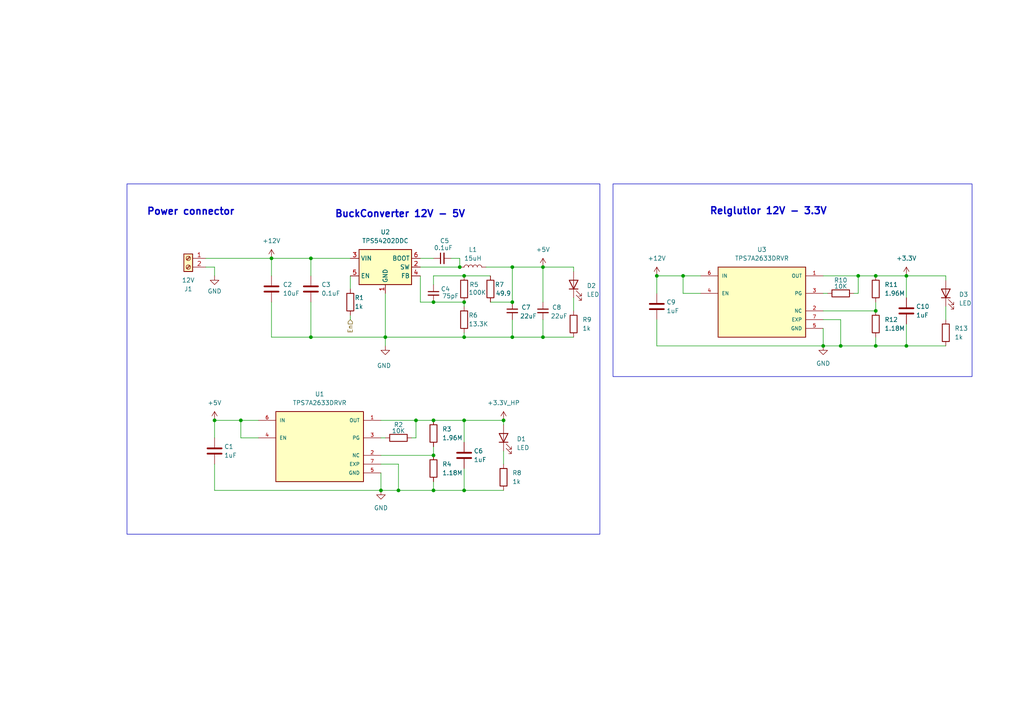
<source format=kicad_sch>
(kicad_sch (version 20231120) (generator "eeschema") (generator_version "8.0")
  (paper "A4")
  (lib_symbols
    (symbol "Connector:Screw_Terminal_01x02" (pin_names (offset 1.016) hide)
      (property "Reference" "J" (at 0 2.54 0))
      (property "Value" "Screw_Terminal_01x02" (at 0 -5.08 0))
      (symbol "Screw_Terminal_01x02_1_1"
        (rectangle (start -1.27 1.27) (end 1.27 -3.81) (stroke (width 0.254)) (fill (type background)))
        (circle (center 0 -2.54) (radius 0.635) (stroke (width 0.1524)))
        (polyline (pts (xy -0.5334 -2.2098) (xy 0.3302 -3.048)) (stroke (width 0.1524)))
        (polyline (pts (xy -0.5334 0.3302) (xy 0.3302 -0.508)) (stroke (width 0.1524)))
        (polyline (pts (xy -0.3556 -2.032) (xy 0.508 -2.8702)) (stroke (width 0.1524)))
        (polyline (pts (xy -0.3556 0.508) (xy 0.508 -0.3302)) (stroke (width 0.1524)))
        (circle (center 0 0) (radius 0.635) (stroke (width 0.1524)))
        (pin passive line (at -5.08 0 0) (length 3.81) (name "Pin_1") (number "1"))
        (pin passive line (at -5.08 -2.54 0) (length 3.81) (name "Pin_2") (number "2"))
      )
    )
    (symbol "Device:C" (pin_numbers hide) (pin_names (offset 0.254))
      (property "Reference" "C" (at 0.635 2.54 0))
      (property "Value" "C" (at 0.635 -2.54 0))
      (symbol "C_0_1"
        (polyline (pts (xy -2.032 -0.762) (xy 2.032 -0.762)) (stroke (width 0.508)))
        (polyline (pts (xy -2.032 0.762) (xy 2.032 0.762)) (stroke (width 0.508)))
      )
      (symbol "C_1_1"
        (pin passive line (at 0 3.81 270) (length 2.794) (name "~") (number "1"))
        (pin passive line (at 0 -3.81 90) (length 2.794) (name "~") (number "2"))
      )
    )
    (symbol "Device:C_Small" (pin_numbers hide) (pin_names (offset 0.254) hide)
      (property "Reference" "C" (at 0.254 1.778 0))
      (property "Value" "C_Small" (at 0.254 -2.032 0))
      (symbol "C_Small_0_1"
        (polyline (pts (xy -1.524 -0.508) (xy 1.524 -0.508)) (stroke (width 0.3302)))
        (polyline (pts (xy -1.524 0.508) (xy 1.524 0.508)) (stroke (width 0.3048)))
      )
      (symbol "C_Small_1_1"
        (pin passive line (at 0 2.54 270) (length 2.032) (name "~") (number "1"))
        (pin passive line (at 0 -2.54 90) (length 2.032) (name "~") (number "2"))
      )
    )
    (symbol "Device:L" (pin_numbers hide) (pin_names (offset 1.016) hide)
      (property "Reference" "L" (at -1.27 0 90))
      (property "Value" "L" (at 1.905 0 90))
      (symbol "L_0_1"
        (arc (start 0 -2.54) (mid 0.6323 -1.905) (end 0 -1.27))
        (arc (start 0 -1.27) (mid 0.6323 -0.635) (end 0 0))
        (arc (start 0 0) (mid 0.6323 0.635) (end 0 1.27))
        (arc (start 0 1.27) (mid 0.6323 1.905) (end 0 2.54))
      )
      (symbol "L_1_1"
        (pin passive line (at 0 3.81 270) (length 1.27) (name "1") (number "1"))
        (pin passive line (at 0 -3.81 90) (length 1.27) (name "2") (number "2"))
      )
    )
    (symbol "Device:LED" (pin_numbers hide) (pin_names (offset 1.016) hide)
      (property "Reference" "D" (at 0 2.54 0))
      (property "Value" "LED" (at 0 -2.54 0))
      (symbol "LED_0_1"
        (polyline (pts (xy -1.27 -1.27) (xy -1.27 1.27)) (stroke (width 0.254)))
        (polyline (pts (xy -1.27 0) (xy 1.27 0)))
        (polyline (pts (xy 1.27 -1.27) (xy 1.27 1.27) (xy -1.27 0) (xy 1.27 -1.27)) (stroke (width 0.254)))
        (polyline (pts (xy -3.048 -0.762) (xy -4.572 -2.286) (xy -3.81 -2.286) (xy -4.572 -2.286) (xy -4.572 -1.524)))
        (polyline (pts (xy -1.778 -0.762) (xy -3.302 -2.286) (xy -2.54 -2.286) (xy -3.302 -2.286) (xy -3.302 -1.524)))
      )
      (symbol "LED_1_1"
        (pin passive line (at -3.81 0 0) (length 2.54) (name "K") (number "1"))
        (pin passive line (at 3.81 0 180) (length 2.54) (name "A") (number "2"))
      )
    )
    (symbol "Device:R" (pin_numbers hide) (pin_names (offset 0))
      (property "Reference" "R" (at 2.032 0 90))
      (property "Value" "R" (at 0 0 90))
      (symbol "R_0_1"
        (rectangle (start -1.016 -2.54) (end 1.016 2.54) (stroke (width 0.254)))
      )
      (symbol "R_1_1"
        (pin passive line (at 0 3.81 270) (length 1.27) (name "~") (number "1"))
        (pin passive line (at 0 -3.81 90) (length 1.27) (name "~") (number "2"))
      )
    )
    (symbol "Regulator_Switching:TPS54202DDC"
      (property "Reference" "U" (at -7.62 6.35 0))
      (property "Value" "TPS54202DDC" (at 0 6.35 0))
      (symbol "TPS54202DDC_0_1"
        (rectangle (start -7.62 5.08) (end 7.62 -5.08) (stroke (width 0.254)) (fill (type background)))
      )
      (symbol "TPS54202DDC_1_1"
        (pin power_in line (at 0 -7.62 90) (length 2.54) (name "GND") (number "1"))
        (pin power_out line (at 10.16 0 180) (length 2.54) (name "SW") (number "2"))
        (pin power_in line (at -10.16 2.54 0) (length 2.54) (name "VIN") (number "3"))
        (pin input line (at 10.16 -2.54 180) (length 2.54) (name "FB") (number "4"))
        (pin input line (at -10.16 -2.54 0) (length 2.54) (name "EN") (number "5"))
        (pin passive line (at 10.16 2.54 180) (length 2.54) (name "BOOT") (number "6"))
      )
    )
    (symbol "TPS7A2633DRVR:TPS7A2633DRVR" (pin_names (offset 1.016))
      (property "Reference" "U" (at -12.7 11.16 0))
      (property "Value" "TPS7A2633DRVR" (at -12.7 -14.16 0))
      (symbol "TPS7A2633DRVR_0_0"
        (rectangle (start -12.7 -10.16) (end 12.7 10.16) (stroke (width 0.254)) (fill (type background)))
        (pin output line (at 17.78 7.62 180) (length 5.08) (name "OUT") (number "1"))
        (pin passive line (at 17.78 -2.54 180) (length 5.08) (name "NC") (number "2"))
        (pin output line (at 17.78 2.54 180) (length 5.08) (name "PG") (number "3"))
        (pin input line (at -17.78 2.54 0) (length 5.08) (name "EN") (number "4"))
        (pin power_in line (at 17.78 -7.62 180) (length 5.08) (name "GND") (number "5"))
        (pin input line (at -17.78 7.62 0) (length 5.08) (name "IN") (number "6"))
        (pin passive line (at 17.78 -5.08 180) (length 5.08) (name "EXP") (number "7"))
      )
    )
    (symbol "power:+12V" (power) (pin_numbers hide) (pin_names (offset 0) hide)
      (property "Value" "+12V" (at 0 3.556 0))
      (symbol "+12V_0_1"
        (polyline (pts (xy -0.762 1.27) (xy 0 2.54)))
        (polyline (pts (xy 0 0) (xy 0 2.54)))
        (polyline (pts (xy 0 2.54) (xy 0.762 1.27)))
      )
      (symbol "+12V_1_1"
        (pin power_in line (at 0 0 90) (length 0) (name "~") (number "1"))
      )
    )
    (symbol "power:+3.3V" (power) (pin_numbers hide) (pin_names (offset 0) hide)
      (property "Value" "+3.3V" (at 0 3.556 0))
      (symbol "+3.3V_0_1"
        (polyline (pts (xy -0.762 1.27) (xy 0 2.54)))
        (polyline (pts (xy 0 0) (xy 0 2.54)))
        (polyline (pts (xy 0 2.54) (xy 0.762 1.27)))
      )
      (symbol "+3.3V_1_1"
        (pin power_in line (at 0 0 90) (length 0) (name "~") (number "1"))
      )
    )
    (symbol "power:+5V" (power) (pin_numbers hide) (pin_names (offset 0) hide)
      (property "Value" "+5V" (at 0 3.556 0))
      (symbol "+5V_0_1"
        (polyline (pts (xy -0.762 1.27) (xy 0 2.54)))
        (polyline (pts (xy 0 0) (xy 0 2.54)))
        (polyline (pts (xy 0 2.54) (xy 0.762 1.27)))
      )
      (symbol "+5V_1_1"
        (pin power_in line (at 0 0 90) (length 0) (name "~") (number "1"))
      )
    )
    (symbol "power:GND" (power) (pin_names (offset 0))
      (property "Value" "GND" (at 0 -3.81 0))
      (symbol "GND_0_1"
        (polyline (pts (xy 0 0) (xy 0 -1.27) (xy 1.27 -1.27) (xy 0 -2.54) (xy -1.27 -1.27) (xy 0 -1.27)))
      )
      (symbol "GND_1_1"
        (pin power_in line (at 0 0 270) (length 0) hide (name "GND") (number "1"))
      )
    )
  )
  (junction (at 125.73 121.92))
  (junction (at 133.35 77.47))
  (junction (at 262.89 100.33))
  (junction (at 125.73 132.08))
  (junction (at 243.84 100.33))
  (junction (at 254 90.17))
  (junction (at 115.57 142.24))
  (junction (at 148.59 97.79))
  (junction (at 62.23 121.92))
  (junction (at 254 100.33))
  (junction (at 78.74 74.93))
  (junction (at 125.73 142.24))
  (junction (at 254 80.01))
  (junction (at 157.48 97.79))
  (junction (at 125.73 87.63))
  (junction (at 148.59 77.47))
  (junction (at 248.92 80.01))
  (junction (at 198.12 80.01))
  (junction (at 111.76 97.79))
  (junction (at 134.62 121.92))
  (junction (at 69.85 121.92))
  (junction (at 120.65 121.92))
  (junction (at 148.59 87.63))
  (junction (at 134.62 97.79))
  (junction (at 90.17 97.79))
  (junction (at 262.89 80.01))
  (junction (at 190.5 80.01))
  (junction (at 90.17 74.93))
  (junction (at 238.76 100.33))
  (junction (at 134.62 80.01))
  (junction (at 134.62 87.63))
  (junction (at 134.62 142.24))
  (junction (at 110.49 142.24))
  (junction (at 146.05 121.92))
  (junction (at 157.48 77.47))
  (wire (pts (xy 248.92 80.01) (xy 254 80.01)))
  (wire (pts (xy 262.89 100.33) (xy 254 100.33)))
  (wire (pts (xy 148.59 77.47) (xy 148.59 87.63)))
  (wire (pts (xy 90.17 74.93) (xy 101.6 74.93)))
  (wire (pts (xy 69.85 121.92) (xy 74.93 121.92)))
  (wire (pts (xy 101.6 83.82) (xy 101.6 80.01)))
  (wire (pts (xy 190.5 100.33) (xy 238.76 100.33)))
  (wire (pts (xy 134.62 121.92) (xy 146.05 121.92)))
  (wire (pts (xy 262.89 100.33) (xy 274.32 100.33)))
  (wire (pts (xy 190.5 92.71) (xy 190.5 100.33)))
  (wire (pts (xy 243.84 100.33) (xy 238.76 100.33)))
  (wire (pts (xy 78.74 74.93) (xy 90.17 74.93)))
  (wire (pts (xy 190.5 80.01) (xy 198.12 80.01)))
  (wire (pts (xy 78.74 97.79) (xy 90.17 97.79)))
  (wire (pts (xy 198.12 85.09) (xy 198.12 80.01)))
  (wire (pts (xy 198.12 80.01) (xy 203.2 80.01)))
  (wire (pts (xy 254 80.01) (xy 262.89 80.01)))
  (wire (pts (xy 125.73 80.01) (xy 134.62 80.01)))
  (wire (pts (xy 238.76 90.17) (xy 254 90.17)))
  (wire (pts (xy 157.48 97.79) (xy 157.48 92.71)))
  (wire (pts (xy 110.49 132.08) (xy 125.73 132.08)))
  (wire (pts (xy 125.73 82.55) (xy 125.73 80.01)))
  (wire (pts (xy 111.76 97.79) (xy 134.62 97.79)))
  (wire (pts (xy 254 100.33) (xy 243.84 100.33)))
  (wire (pts (xy 262.89 86.36) (xy 262.89 80.01)))
  (wire (pts (xy 78.74 74.93) (xy 78.74 80.01)))
  (wire (pts (xy 134.62 135.89) (xy 134.62 142.24)))
  (wire (pts (xy 148.59 92.71) (xy 148.59 97.79)))
  (wire (pts (xy 121.92 74.93) (xy 125.73 74.93)))
  (wire (pts (xy 238.76 85.09) (xy 240.03 85.09)))
  (wire (pts (xy 148.59 97.79) (xy 157.48 97.79)))
  (wire (pts (xy 90.17 97.79) (xy 111.76 97.79)))
  (wire (pts (xy 90.17 87.63) (xy 90.17 97.79)))
  (wire (pts (xy 62.23 142.24) (xy 110.49 142.24)))
  (wire (pts (xy 146.05 121.92) (xy 146.05 123.19)))
  (wire (pts (xy 238.76 95.25) (xy 238.76 100.33)))
  (wire (pts (xy 110.49 121.92) (xy 120.65 121.92)))
  (wire (pts (xy 120.65 121.92) (xy 125.73 121.92)))
  (wire (pts (xy 62.23 134.62) (xy 62.23 142.24)))
  (wire (pts (xy 110.49 137.16) (xy 110.49 142.24)))
  (wire (pts (xy 238.76 80.01) (xy 248.92 80.01)))
  (wire (pts (xy 157.48 97.79) (xy 166.37 97.79)))
  (wire (pts (xy 120.65 127) (xy 119.38 127)))
  (wire (pts (xy 146.05 130.81) (xy 146.05 134.62)))
  (wire (pts (xy 134.62 96.52) (xy 134.62 97.79)))
  (wire (pts (xy 59.69 77.47) (xy 62.23 77.47)))
  (wire (pts (xy 166.37 77.47) (xy 166.37 78.74)))
  (wire (pts (xy 134.62 88.9) (xy 134.62 87.63)))
  (wire (pts (xy 101.6 92.71) (xy 101.6 91.44)))
  (wire (pts (xy 59.69 74.93) (xy 78.74 74.93)))
  (wire (pts (xy 130.81 74.93) (xy 133.35 74.93)))
  (wire (pts (xy 62.23 121.92) (xy 69.85 121.92)))
  (wire (pts (xy 125.73 129.54) (xy 125.73 132.08)))
  (wire (pts (xy 121.92 77.47) (xy 133.35 77.47)))
  (wire (pts (xy 190.5 85.09) (xy 190.5 80.01)))
  (wire (pts (xy 121.92 87.63) (xy 125.73 87.63)))
  (wire (pts (xy 262.89 80.01) (xy 274.32 80.01)))
  (wire (pts (xy 148.59 77.47) (xy 157.48 77.47)))
  (wire (pts (xy 78.74 87.63) (xy 78.74 97.79)))
  (wire (pts (xy 203.2 85.09) (xy 198.12 85.09)))
  (wire (pts (xy 134.62 97.79) (xy 148.59 97.79)))
  (wire (pts (xy 133.35 74.93) (xy 133.35 77.47)))
  (wire (pts (xy 115.57 142.24) (xy 110.49 142.24)))
  (wire (pts (xy 74.93 127) (xy 69.85 127)))
  (wire (pts (xy 274.32 88.9) (xy 274.32 92.71)))
  (wire (pts (xy 125.73 87.63) (xy 134.62 87.63)))
  (wire (pts (xy 254 87.63) (xy 254 90.17)))
  (wire (pts (xy 110.49 127) (xy 111.76 127)))
  (wire (pts (xy 262.89 93.98) (xy 262.89 100.33)))
  (wire (pts (xy 111.76 85.09) (xy 111.76 97.79)))
  (wire (pts (xy 157.48 77.47) (xy 157.48 87.63)))
  (wire (pts (xy 120.65 121.92) (xy 120.65 127)))
  (wire (pts (xy 134.62 80.01) (xy 142.24 80.01)))
  (wire (pts (xy 62.23 77.47) (xy 62.23 80.01)))
  (wire (pts (xy 125.73 121.92) (xy 134.62 121.92)))
  (wire (pts (xy 110.49 134.62) (xy 115.57 134.62)))
  (wire (pts (xy 142.24 87.63) (xy 148.59 87.63)))
  (wire (pts (xy 62.23 127) (xy 62.23 121.92)))
  (wire (pts (xy 115.57 134.62) (xy 115.57 142.24)))
  (wire (pts (xy 90.17 74.93) (xy 90.17 80.01)))
  (wire (pts (xy 248.92 80.01) (xy 248.92 85.09)))
  (wire (pts (xy 134.62 128.27) (xy 134.62 121.92)))
  (wire (pts (xy 134.62 142.24) (xy 146.05 142.24)))
  (wire (pts (xy 243.84 92.71) (xy 243.84 100.33)))
  (wire (pts (xy 274.32 80.01) (xy 274.32 81.28)))
  (wire (pts (xy 69.85 127) (xy 69.85 121.92)))
  (wire (pts (xy 254 97.79) (xy 254 100.33)))
  (wire (pts (xy 166.37 86.36) (xy 166.37 90.17)))
  (wire (pts (xy 134.62 142.24) (xy 125.73 142.24)))
  (wire (pts (xy 125.73 142.24) (xy 115.57 142.24)))
  (wire (pts (xy 125.73 139.7) (xy 125.73 142.24)))
  (wire (pts (xy 248.92 85.09) (xy 247.65 85.09)))
  (wire (pts (xy 121.92 80.01) (xy 121.92 87.63)))
  (wire (pts (xy 111.76 97.79) (xy 111.76 100.33)))
  (wire (pts (xy 140.97 77.47) (xy 148.59 77.47)))
  (wire (pts (xy 238.76 92.71) (xy 243.84 92.71)))
  (wire (pts (xy 157.48 77.47) (xy 166.37 77.47)))
  (rectangle (start 36.83 53.34) (end 173.99 154.94))
  (rectangle (start 177.8 53.34) (end 281.94 109.22))
  (text "Relglutlor 12V - 3.3V\n" (at 205.74 62.484 0) (effects (font (size 2 2) (thickness 0.4) (bold yes)) (justify left bottom)))
  (text "BuckConverter 12V - 5V\n " (at 97.028 66.548 0) (effects (font (size 2 2) (thickness 0.4) (bold yes)) (justify left bottom)))
  (text "Power connector" (at 42.4942 62.6364 0) (effects (font (size 2 2) (thickness 0.4) (bold yes)) (justify left bottom)))
  (hierarchical_label "En" (shape input) (at 101.6 92.71 270))
  (symbol (lib_id "power:+3.3V") (at 262.89 80.01 0) (unit 1)
    (property "Reference" "#PWR010" (effects (hide yes)))
    (property "Value" "+3.3V" (at 262.89 74.93 0))
    (property "Description" "Power symbol creates a global label with name \"+3.3V\"" (effects (hide yes)))
  )
  (symbol (lib_id "Device:R") (at 166.37 93.98 0) (unit 1)
    (property "Reference" "R9" (at 168.91 92.7099 0) (effects (justify left)))
    (property "Value" "1k" (at 168.91 95.2499 0) (effects (justify left)))
    (property "Footprint" "Resistor_SMD:R_0402_1005Metric" (effects (hide yes)))
    (property "Description" "Resistor" (effects (hide yes)))
  )
  (symbol (lib_id "Device:C_Small") (at 157.48 90.17 0) (mirror y) (unit 1)
    (property "Reference" "C8" (at 162.814 89.154 0) (effects (justify left)))
    (property "Value" "22uF" (at 164.592 91.694 0) (effects (justify left)))
    (property "Footprint" "Capacitor_SMD:C_1206_3216Metric" (effects (hide yes)))
  )
  (symbol (lib_id "Device:LED") (at 146.05 127 90) (unit 1)
    (property "Reference" "D1" (at 149.86 127.3174 90) (effects (justify right)))
    (property "Value" "LED" (at 149.86 129.8574 90) (effects (justify right)))
    (property "Footprint" "LED_SMD:LED_0603_1608Metric_Pad1.05x0.95mm_HandSolder" (effects (hide yes)))
    (property "Description" "Light emitting diode" (effects (hide yes)))
  )
  (symbol (lib_id "power:GND") (at 62.23 80.01 0) (unit 1)
    (property "Reference" "#PWR01" (effects (hide yes)))
    (property "Value" "GND" (at 62.23 84.455 0))
  )
  (symbol (lib_id "Device:C") (at 62.23 130.81 0) (unit 1)
    (property "Reference" "C1" (at 65.024 129.54 0) (effects (justify left)))
    (property "Value" "1uF" (at 65.024 132.08 0) (effects (justify left)))
    (property "Footprint" "Capacitor_SMD:C_0805_2012Metric" (effects (hide yes)))
  )
  (symbol (lib_id "Device:R") (at 134.62 83.82 0) (unit 1)
    (property "Reference" "R5" (at 136.144 82.55 0) (effects (justify left)))
    (property "Value" "100K" (at 135.89 84.836 0) (effects (justify left)))
    (property "Footprint" "Resistor_SMD:R_0402_1005Metric" (effects (hide yes)))
    (property "Description" "Resistor" (effects (hide yes)))
  )
  (symbol (lib_id "Device:R") (at 274.32 96.52 0) (unit 1)
    (property "Reference" "R13" (at 276.86 95.2499 0) (effects (justify left)))
    (property "Value" "1k" (at 276.86 97.7899 0) (effects (justify left)))
    (property "Footprint" "Resistor_SMD:R_0402_1005Metric" (effects (hide yes)))
    (property "Description" "Resistor" (effects (hide yes)))
  )
  (symbol (lib_id "Device:R") (at 125.73 135.89 0) (unit 1)
    (property "Reference" "R4" (at 128.27 134.6199 0) (effects (justify left)))
    (property "Value" "1.18M" (at 128.27 137.1599 0) (effects (justify left)))
    (property "Footprint" "Resistor_SMD:R_0402_1005Metric" (effects (hide yes)))
    (property "Description" "Resistor" (effects (hide yes)))
  )
  (symbol (lib_id "Device:R") (at 254 93.98 0) (unit 1)
    (property "Reference" "R12" (at 256.54 92.7099 0) (effects (justify left)))
    (property "Value" "1.18M" (at 256.54 95.2499 0) (effects (justify left)))
    (property "Footprint" "Resistor_SMD:R_0402_1005Metric" (effects (hide yes)))
    (property "Description" "Resistor" (effects (hide yes)))
  )
  (symbol (lib_id "TPS7A2633DRVR:TPS7A2633DRVR") (at 220.98 87.63 0) (unit 1)
    (property "Reference" "U3" (at 220.98 72.39 0))
    (property "Value" "TPS7A2633DRVR" (at 220.98 74.93 0))
    (property "Footprint" "footprint:TPS7A2633DRVR" (effects (hide yes)))
    (property "MF" "Texas Instruments" (effects (hide yes)))
    (property "DESCRIPTION" "500-mA, 18-V, ultra-low-IQ, high-accuracy, adjustable low-dropout voltage regulator with power good 6-WSON -40 to 125" (effects (hide yes)))
    (property "PACKAGE" "WSON-6 Texas Instruments" (effects (hide yes)))
    (property "PRICE" "None" (effects (hide yes)))
    (property "Package" "WSON-6 Texas Instruments" (effects (hide yes)))
    (property "Check_prices" "https://www.snapeda.com/parts/TPS7A2633DRVR/Texas+Instruments/view-part/?ref=eda" (effects (hide yes)))
    (property "Price" "None" (effects (hide yes)))
    (property "SnapEDA_Link" "https://www.snapeda.com/parts/TPS7A2633DRVR/Texas+Instruments/view-part/?ref=snap" (effects (hide yes)))
    (property "MP" "TPS7A2633DRVR" (effects (hide yes)))
    (property "Purchase-URL" "https://www.snapeda.com/api/url_track_click_mouser/?unipart_id=4639091&manufacturer=Texas Instruments&part_name=TPS7A2633DRVR&search_term=None" (effects (hide yes)))
    (property "Description_1" "\n500-mA, 18-V, ultra-low-IQ, high-accuracy, adjustable low-dropout voltage regulator with power good\n" (effects (hide yes)))
    (property "Availability" "In Stock" (effects (hide yes)))
    (property "AVAILABILITY" "Warning" (effects (hide yes)))
    (property "PURCHASE-URL" "https://pricing.snapeda.com/search/part/TPS7A2633DRVR/?ref=eda" (effects (hide yes)))
    (property "MFR" " TPS7A2633DRVR" (effects (hide yes)))
    (property "LCSC" " C2876256" (effects (hide yes)))
  )
  (symbol (lib_id "Device:C") (at 134.62 132.08 0) (unit 1)
    (property "Reference" "C6" (at 137.414 130.81 0) (effects (justify left)))
    (property "Value" "1uF" (at 137.414 133.35 0) (effects (justify left)))
    (property "Footprint" "Capacitor_SMD:C_0805_2012Metric" (effects (hide yes)))
  )
  (symbol (lib_id "power:+5V") (at 62.23 121.92 0) (unit 1)
    (property "Reference" "#PWR02" (effects (hide yes)))
    (property "Value" "+5V" (at 62.23 116.84 0))
    (property "Description" "Power symbol creates a global label with name \"+5V\"" (effects (hide yes)))
  )
  (symbol (lib_id "power:+3.3V") (at 146.05 121.92 0) (unit 1)
    (property "Reference" "#PWR06" (effects (hide yes)))
    (property "Value" "+3.3V_HP" (at 146.05 116.84 0))
    (property "Description" "Power symbol creates a global label with name \"+3.3V\"" (effects (hide yes)))
  )
  (symbol (lib_id "Device:R") (at 254 83.82 0) (unit 1)
    (property "Reference" "R11" (at 256.54 82.5499 0) (effects (justify left)))
    (property "Value" "1.96M" (at 256.54 85.0899 0) (effects (justify left)))
    (property "Footprint" "Resistor_SMD:R_0402_1005Metric" (effects (hide yes)))
    (property "Description" "Resistor" (effects (hide yes)))
  )
  (symbol (lib_id "Device:R") (at 146.05 138.43 0) (unit 1)
    (property "Reference" "R8" (at 148.59 137.1599 0) (effects (justify left)))
    (property "Value" "1k" (at 148.59 139.6999 0) (effects (justify left)))
    (property "Footprint" "Resistor_SMD:R_0402_1005Metric" (effects (hide yes)))
    (property "Description" "Resistor" (effects (hide yes)))
  )
  (symbol (lib_id "power:+5V") (at 157.48 77.47 0) (unit 1)
    (property "Reference" "#PWR07" (effects (hide yes)))
    (property "Value" "+5V" (at 157.48 72.39 0))
    (property "Description" "Power symbol creates a global label with name \"+5V\"" (effects (hide yes)))
  )
  (symbol (lib_id "Device:C") (at 78.74 83.82 0) (unit 1)
    (property "Reference" "C2" (at 82.042 82.55 0) (effects (justify left)))
    (property "Value" "10uF" (at 82.042 85.09 0) (effects (justify left)))
    (property "Footprint" "Capacitor_SMD:C_1206_3216Metric" (effects (hide yes)))
  )
  (symbol (lib_id "power:+12V") (at 78.74 74.93 0) (unit 1)
    (property "Reference" "#PWR03" (effects (hide yes)))
    (property "Value" "+12V" (at 78.74 69.85 0))
    (property "Description" "Power symbol creates a global label with name \"+12V\"" (effects (hide yes)))
  )
  (symbol (lib_id "Device:C_Small") (at 148.59 90.17 0) (mirror y) (unit 1)
    (property "Reference" "C7" (at 153.924 89.154 0) (effects (justify left)))
    (property "Value" "22uF" (at 155.702 91.694 0) (effects (justify left)))
    (property "Footprint" "Capacitor_SMD:C_1206_3216Metric" (effects (hide yes)))
  )
  (symbol (lib_id "Regulator_Switching:TPS54202DDC") (at 111.76 77.47 0) (unit 1)
    (property "Reference" "U2" (at 111.76 67.31 0))
    (property "Value" "TPS54202DDC" (at 111.76 69.85 0))
    (property "Footprint" "Package_TO_SOT_SMD:SOT-23-6" (effects (hide yes)))
    (property "Datasheet" "http://www.ti.com/lit/ds/symlink/tps54202.pdf" (effects (hide yes)))
    (property "Description" "2A, 4.5 to 28V Input, EMI Friendly integrated switch synchronous step-down regulator, pulse-skipping, SOT-23-6" (effects (hide yes)))
    (property "MFR" "TPS54202DDCR" (effects (hide yes)))
    (property "LCSC" "C191884" (effects (hide yes)))
  )
  (symbol (lib_id "Device:R") (at 101.6 87.63 0) (unit 1)
    (property "Reference" "R1" (at 102.87 86.36 0) (effects (justify left)))
    (property "Value" "1k" (at 102.87 88.9 0) (effects (justify left)))
    (property "Footprint" "Resistor_SMD:R_0402_1005Metric" (effects (hide yes)))
    (property "Description" "Resistor" (effects (hide yes)))
  )
  (symbol (lib_id "Device:R") (at 134.62 92.71 0) (unit 1)
    (property "Reference" "R6" (at 135.89 91.44 0) (effects (justify left)))
    (property "Value" "13.3K" (at 135.89 93.98 0) (effects (justify left)))
    (property "Footprint" "Resistor_SMD:R_0402_1005Metric" (effects (hide yes)))
    (property "Description" "Resistor" (effects (hide yes)))
  )
  (symbol (lib_id "power:GND") (at 110.49 142.24 0) (unit 1)
    (property "Reference" "#PWR04" (effects (hide yes)))
    (property "Value" "GND" (at 110.49 147.32 0))
  )
  (symbol (lib_id "Device:C") (at 190.5 88.9 0) (unit 1)
    (property "Reference" "C9" (at 193.294 87.63 0) (effects (justify left)))
    (property "Value" "1uF" (at 193.294 90.17 0) (effects (justify left)))
    (property "Footprint" "Capacitor_SMD:C_0805_2012Metric" (effects (hide yes)))
  )
  (symbol (lib_id "power:GND") (at 238.76 100.33 0) (unit 1)
    (property "Reference" "#PWR09" (effects (hide yes)))
    (property "Value" "GND" (at 238.76 105.41 0))
  )
  (symbol (lib_id "Device:C_Small") (at 128.27 74.93 90) (mirror x) (unit 1)
    (property "Reference" "C5" (at 130.302 69.85 90) (effects (justify left)))
    (property "Value" "0.1uF" (at 131.318 71.882 90) (effects (justify left)))
    (property "Footprint" "Capacitor_SMD:C_0402_1005Metric" (effects (hide yes)))
  )
  (symbol (lib_id "Device:L") (at 137.16 77.47 90) (unit 1)
    (property "Reference" "L1" (at 137.16 72.39 90))
    (property "Value" "15uH" (at 137.16 74.93 90))
    (property "Footprint" "Inductor_SMD:L_Vishay_IHLP-2020" (effects (hide yes)))
  )
  (symbol (lib_id "Device:LED") (at 274.32 85.09 90) (unit 1)
    (property "Reference" "D3" (at 278.13 85.4074 90) (effects (justify right)))
    (property "Value" "LED" (at 278.13 87.9474 90) (effects (justify right)))
    (property "Footprint" "LED_SMD:LED_0603_1608Metric_Pad1.05x0.95mm_HandSolder" (effects (hide yes)))
    (property "Description" "Light emitting diode" (effects (hide yes)))
  )
  (symbol (lib_id "power:+12V") (at 190.5 80.01 0) (unit 1)
    (property "Reference" "#PWR08" (effects (hide yes)))
    (property "Value" "+12V" (at 190.5 74.93 0))
    (property "Description" "Power symbol creates a global label with name \"+12V\"" (effects (hide yes)))
  )
  (symbol (lib_id "Device:R") (at 243.84 85.09 90) (unit 1)
    (property "Reference" "R10" (at 243.84 81.28 90))
    (property "Value" "10K" (at 243.84 83.058 90))
    (property "Footprint" "Resistor_SMD:R_0402_1005Metric" (effects (hide yes)))
    (property "Description" "Resistor" (effects (hide yes)))
  )
  (symbol (lib_id "Device:C_Small") (at 125.73 85.09 0) (mirror y) (unit 1)
    (property "Reference" "C4" (at 130.556 83.82 0) (effects (justify left)))
    (property "Value" "75pF" (at 133.096 85.852 0) (effects (justify left)))
    (property "Footprint" "Capacitor_SMD:C_0402_1005Metric" (effects (hide yes)))
  )
  (symbol (lib_id "Device:LED") (at 166.37 82.55 90) (unit 1)
    (property "Reference" "D2" (at 170.18 82.8674 90) (effects (justify right)))
    (property "Value" "LED" (at 170.18 85.4074 90) (effects (justify right)))
    (property "Footprint" "LED_SMD:LED_0603_1608Metric_Pad1.05x0.95mm_HandSolder" (effects (hide yes)))
    (property "Description" "Light emitting diode" (effects (hide yes)))
  )
  (symbol (lib_id "TPS7A2633DRVR:TPS7A2633DRVR") (at 92.71 129.54 0) (unit 1)
    (property "Reference" "U1" (at 92.71 114.3 0))
    (property "Value" "TPS7A2633DRVR" (at 92.71 116.84 0))
    (property "Footprint" "footprint:TPS7A2633DRVR" (effects (hide yes)))
    (property "MF" "Texas Instruments" (effects (hide yes)))
    (property "DESCRIPTION" "500-mA, 18-V, ultra-low-IQ, high-accuracy, adjustable low-dropout voltage regulator with power good 6-WSON -40 to 125" (effects (hide yes)))
    (property "PACKAGE" "WSON-6 Texas Instruments" (effects (hide yes)))
    (property "PRICE" "None" (effects (hide yes)))
    (property "Package" "WSON-6 Texas Instruments" (effects (hide yes)))
    (property "Check_prices" "https://www.snapeda.com/parts/TPS7A2633DRVR/Texas+Instruments/view-part/?ref=eda" (effects (hide yes)))
    (property "Price" "None" (effects (hide yes)))
    (property "SnapEDA_Link" "https://www.snapeda.com/parts/TPS7A2633DRVR/Texas+Instruments/view-part/?ref=snap" (effects (hide yes)))
    (property "MP" "TPS7A2633DRVR" (effects (hide yes)))
    (property "Purchase-URL" "https://www.snapeda.com/api/url_track_click_mouser/?unipart_id=4639091&manufacturer=Texas Instruments&part_name=TPS7A2633DRVR&search_term=None" (effects (hide yes)))
    (property "Description_1" "\n500-mA, 18-V, ultra-low-IQ, high-accuracy, adjustable low-dropout voltage regulator with power good\n" (effects (hide yes)))
    (property "Availability" "In Stock" (effects (hide yes)))
    (property "AVAILABILITY" "Warning" (effects (hide yes)))
    (property "PURCHASE-URL" "https://pricing.snapeda.com/search/part/TPS7A2633DRVR/?ref=eda" (effects (hide yes)))
    (property "MFR" " TPS7A2633DRVR" (effects (hide yes)))
    (property "LCSC" " C2876256" (effects (hide yes)))
  )
  (symbol (lib_id "Device:C") (at 262.89 90.17 0) (unit 1)
    (property "Reference" "C10" (at 265.684 88.9 0) (effects (justify left)))
    (property "Value" "1uF" (at 265.684 91.44 0) (effects (justify left)))
    (property "Footprint" "Capacitor_SMD:C_0805_2012Metric" (effects (hide yes)))
  )
  (symbol (lib_id "power:GND") (at 111.76 100.33 0) (unit 1)
    (property "Reference" "#PWR05" (effects (hide yes)))
    (property "Value" "GND" (at 111.379 106.045 0))
  )
  (symbol (lib_id "Device:R") (at 142.24 83.82 0) (unit 1)
    (property "Reference" "R7" (at 143.51 82.55 0) (effects (justify left)))
    (property "Value" "49.9" (at 143.764 85.09 0) (effects (justify left)))
    (property "Footprint" "Resistor_SMD:R_0402_1005Metric" (effects (hide yes)))
    (property "Description" "Resistor" (effects (hide yes)))
  )
  (symbol (lib_id "Connector:Screw_Terminal_01x02") (at 54.61 74.93 0) (mirror y) (unit 1)
    (property "Reference" "J1" (at 54.61 83.82 0))
    (property "Value" "12V" (at 54.61 81.28 0))
    (property "Footprint" "Connector_Phoenix_MC:PhoenixContact_MCV_1,5_2-G-3.5_1x02_P3.50mm_Vertical" (effects (hide yes)))
    (property "Description" "Generic screw terminal, single row, 01x02, script generated (kicad-library-utils/schlib/autogen/connector/)" (effects (hide yes)))
  )
  (symbol (lib_id "Device:R") (at 125.73 125.73 0) (unit 1)
    (property "Reference" "R3" (at 128.27 124.4599 0) (effects (justify left)))
    (property "Value" "1.96M" (at 128.27 126.9999 0) (effects (justify left)))
    (property "Footprint" "Resistor_SMD:R_0402_1005Metric" (effects (hide yes)))
    (property "Description" "Resistor" (effects (hide yes)))
  )
  (symbol (lib_id "Device:C") (at 90.17 83.82 0) (unit 1)
    (property "Reference" "C3" (at 93.218 82.55 0) (effects (justify left)))
    (property "Value" "0.1uF" (at 93.218 85.09 0) (effects (justify left)))
    (property "Footprint" "Capacitor_SMD:C_0402_1005Metric" (effects (hide yes)))
  )
  (symbol (lib_id "Device:R") (at 115.57 127 90) (unit 1)
    (property "Reference" "R2" (at 115.57 123.19 90))
    (property "Value" "10K" (at 115.57 124.968 90))
    (property "Footprint" "Resistor_SMD:R_0402_1005Metric" (effects (hide yes)))
    (property "Description" "Resistor" (effects (hide yes)))
  )
)
</source>
